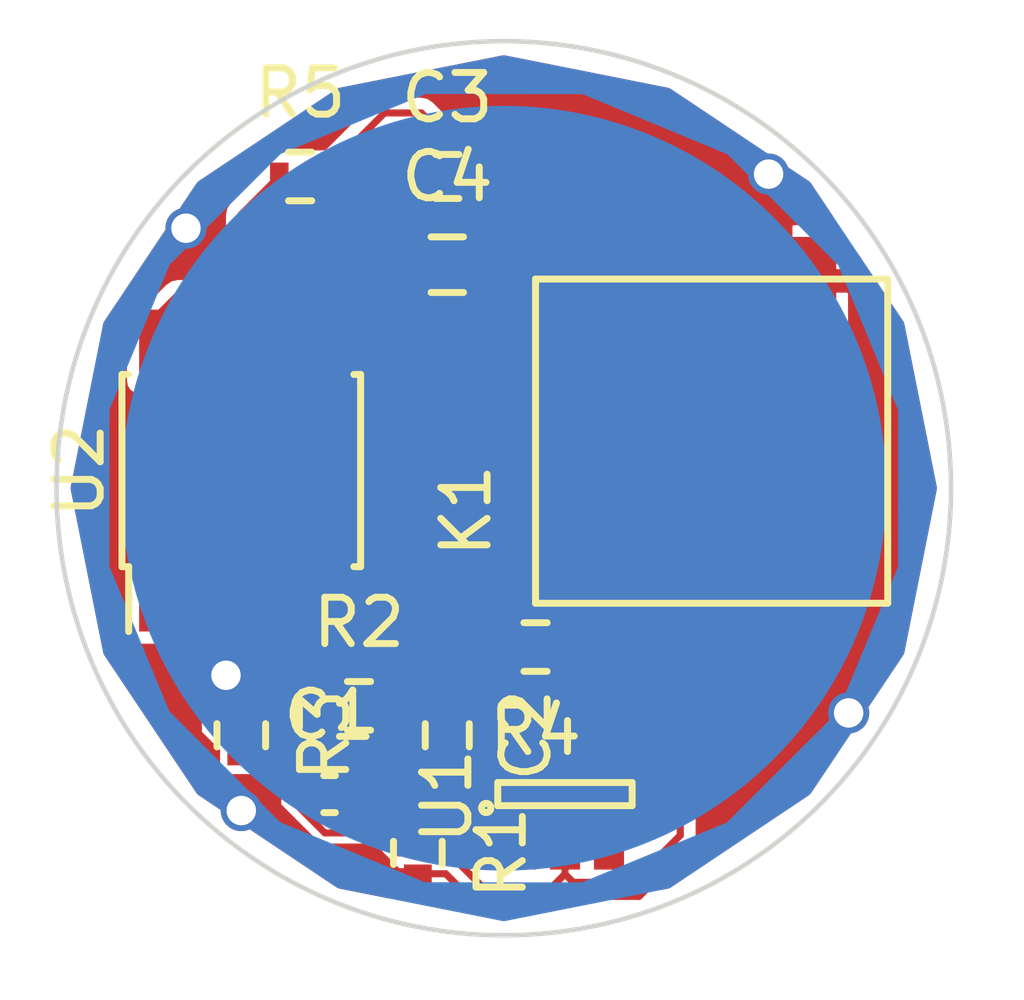
<source format=kicad_pcb>
(kicad_pcb (version 4) (host pcbnew 4.0.1-3.201512221402+6198~38~ubuntu14.04.1-stable)

  (general
    (links 26)
    (no_connects 1)
    (area 99.517999 41.605999 116.890001 58.978001)
    (thickness 1.6)
    (drawings 1)
    (tracks 137)
    (zones 0)
    (modules 13)
    (nets 11)
  )

  (page A3)
  (layers
    (0 F.Cu signal)
    (1 In1.Cu signal)
    (2 In2.Cu signal)
    (31 B.Cu signal)
    (33 F.Adhes user)
    (35 F.Paste user)
    (37 F.SilkS user)
    (39 F.Mask user)
    (40 Dwgs.User user)
    (41 Cmts.User user)
    (42 Eco1.User user)
    (43 Eco2.User user)
    (44 Edge.Cuts user)
    (45 Margin user)
    (47 F.CrtYd user)
    (49 F.Fab user)
  )

  (setup
    (last_trace_width 0.1524)
    (trace_clearance 0.1524)
    (zone_clearance 0.254)
    (zone_45_only no)
    (trace_min 0.1524)
    (segment_width 0.2)
    (edge_width 0.1)
    (via_size 0.889)
    (via_drill 0.635)
    (via_min_size 0.889)
    (via_min_drill 0.508)
    (uvia_size 0.508)
    (uvia_drill 0.127)
    (uvias_allowed no)
    (uvia_min_size 0.508)
    (uvia_min_drill 0.127)
    (pcb_text_width 0.3)
    (pcb_text_size 1.5 1.5)
    (mod_edge_width 0.15)
    (mod_text_size 1 1)
    (mod_text_width 0.15)
    (pad_size 16.51 16.51)
    (pad_drill 0)
    (pad_to_mask_clearance 0)
    (aux_axis_origin 0 0)
    (visible_elements 7FFEFFFF)
    (pcbplotparams
      (layerselection 0x00030_80000001)
      (usegerberextensions true)
      (excludeedgelayer true)
      (linewidth 0.150000)
      (plotframeref false)
      (viasonmask false)
      (mode 1)
      (useauxorigin false)
      (hpglpennumber 1)
      (hpglpenspeed 20)
      (hpglpendiameter 15)
      (hpglpenoverlay 2)
      (psnegative false)
      (psa4output false)
      (plotreference true)
      (plotvalue true)
      (plotinvisibletext false)
      (padsonsilk false)
      (subtractmaskfromsilk false)
      (outputformat 1)
      (mirror false)
      (drillshape 1)
      (scaleselection 1)
      (outputdirectory ""))
  )

  (net 0 "")
  (net 1 +5V)
  (net 2 /BUFFERED_INPUT)
  (net 3 /ELECTRODE)
  (net 4 /GUARD_RING)
  (net 5 /GUARD_RING_DRIVER)
  (net 6 /GUARD_RING_FILTERED_FEEDBACK)
  (net 7 /GUARD_RING_INPUT)
  (net 8 /LINE_OUT)
  (net 9 /PROTECTED_ELECTRODE)
  (net 10 GND)

  (net_class Default "This is the default net class."
    (clearance 0.1524)
    (trace_width 0.1524)
    (via_dia 0.889)
    (via_drill 0.635)
    (uvia_dia 0.508)
    (uvia_drill 0.127)
    (add_net +5V)
    (add_net /BUFFERED_INPUT)
    (add_net /ELECTRODE)
    (add_net /GUARD_RING)
    (add_net /GUARD_RING_DRIVER)
    (add_net /GUARD_RING_FILTERED_FEEDBACK)
    (add_net /GUARD_RING_INPUT)
    (add_net /LINE_OUT)
    (add_net /PROTECTED_ELECTRODE)
    (add_net GND)
  )

  (module Capacitors_SMD:C_0201 (layer F.Cu) (tedit 5415D524) (tstamp 56893678)
    (at 97.79 57.785)
    (descr "Capacitor SMD 0201, reflow soldering, AVX (see smccp.pdf)")
    (tags "capacitor 0201")
    (path /562BD6F6)
    (attr smd)
    (fp_text reference C1 (at 0 -1.7) (layer F.SilkS)
      (effects (font (size 1 1) (thickness 0.15)))
    )
    (fp_text value 1nF (at 0 1.7) (layer F.Fab)
      (effects (font (size 1 1) (thickness 0.15)))
    )
    (fp_line (start -0.7 -0.55) (end 0.7 -0.55) (layer F.CrtYd) (width 0.05))
    (fp_line (start -0.7 0.55) (end 0.7 0.55) (layer F.CrtYd) (width 0.05))
    (fp_line (start -0.7 -0.55) (end -0.7 0.55) (layer F.CrtYd) (width 0.05))
    (fp_line (start 0.7 -0.55) (end 0.7 0.55) (layer F.CrtYd) (width 0.05))
    (fp_line (start 0.125 0.4) (end -0.125 0.4) (layer F.SilkS) (width 0.15))
    (fp_line (start -0.125 -0.4) (end 0.125 -0.4) (layer F.SilkS) (width 0.15))
    (pad 1 smd rect (at -0.275 0) (size 0.3 0.35) (layers F.Cu F.Paste F.Mask)
      (net 5 /GUARD_RING_DRIVER))
    (pad 2 smd rect (at 0.275 0) (size 0.3 0.35) (layers F.Cu F.Paste F.Mask)
      (net 6 /GUARD_RING_FILTERED_FEEDBACK))
    (model Capacitors_SMD.3dshapes/C_0201.wrl
      (at (xyz 0 0 0))
      (scale (xyz 1 1 1))
      (rotate (xyz 0 0 0))
    )
  )

  (module Capacitors_SMD:C_0402 (layer F.Cu) (tedit 5415D599) (tstamp 5689367D)
    (at 100.33 56.515 270)
    (descr "Capacitor SMD 0402, reflow soldering, AVX (see smccp.pdf)")
    (tags "capacitor 0402")
    (path /562BD80D)
    (attr smd)
    (fp_text reference C2 (at 0 -1.7 270) (layer F.SilkS)
      (effects (font (size 1 1) (thickness 0.15)))
    )
    (fp_text value 1uF (at 0 1.7 270) (layer F.Fab)
      (effects (font (size 1 1) (thickness 0.15)))
    )
    (fp_line (start -1.15 -0.6) (end 1.15 -0.6) (layer F.CrtYd) (width 0.05))
    (fp_line (start -1.15 0.6) (end 1.15 0.6) (layer F.CrtYd) (width 0.05))
    (fp_line (start -1.15 -0.6) (end -1.15 0.6) (layer F.CrtYd) (width 0.05))
    (fp_line (start 1.15 -0.6) (end 1.15 0.6) (layer F.CrtYd) (width 0.05))
    (fp_line (start 0.25 -0.475) (end -0.25 -0.475) (layer F.SilkS) (width 0.15))
    (fp_line (start -0.25 0.475) (end 0.25 0.475) (layer F.SilkS) (width 0.15))
    (pad 1 smd rect (at -0.55 0 270) (size 0.6 0.5) (layers F.Cu F.Paste F.Mask)
      (net 1 +5V))
    (pad 2 smd rect (at 0.55 0 270) (size 0.6 0.5) (layers F.Cu F.Paste F.Mask)
      (net 10 GND))
    (model Capacitors_SMD.3dshapes/C_0402.wrl
      (at (xyz 0 0 0))
      (scale (xyz 1 1 1))
      (rotate (xyz 0 0 0))
    )
  )

  (module Capacitors_SMD:C_0402 (layer F.Cu) (tedit 5415D599) (tstamp 56893682)
    (at 100.33 44.45)
    (descr "Capacitor SMD 0402, reflow soldering, AVX (see smccp.pdf)")
    (tags "capacitor 0402")
    (path /562BCCA2)
    (attr smd)
    (fp_text reference C3 (at 0 -1.7) (layer F.SilkS)
      (effects (font (size 1 1) (thickness 0.15)))
    )
    (fp_text value 1uF (at 0 1.7) (layer F.Fab)
      (effects (font (size 1 1) (thickness 0.15)))
    )
    (fp_line (start -1.15 -0.6) (end 1.15 -0.6) (layer F.CrtYd) (width 0.05))
    (fp_line (start -1.15 0.6) (end 1.15 0.6) (layer F.CrtYd) (width 0.05))
    (fp_line (start -1.15 -0.6) (end -1.15 0.6) (layer F.CrtYd) (width 0.05))
    (fp_line (start 1.15 -0.6) (end 1.15 0.6) (layer F.CrtYd) (width 0.05))
    (fp_line (start 0.25 -0.475) (end -0.25 -0.475) (layer F.SilkS) (width 0.15))
    (fp_line (start -0.25 0.475) (end 0.25 0.475) (layer F.SilkS) (width 0.15))
    (pad 1 smd rect (at -0.55 0) (size 0.6 0.5) (layers F.Cu F.Paste F.Mask)
      (net 1 +5V))
    (pad 2 smd rect (at 0.55 0) (size 0.6 0.5) (layers F.Cu F.Paste F.Mask)
      (net 10 GND))
    (model Capacitors_SMD.3dshapes/C_0402.wrl
      (at (xyz 0 0 0))
      (scale (xyz 1 1 1))
      (rotate (xyz 0 0 0))
    )
  )

  (module Capacitors_SMD:C_0603 (layer F.Cu) (tedit 5415D631) (tstamp 56893687)
    (at 100.33 46.355)
    (descr "Capacitor SMD 0603, reflow soldering, AVX (see smccp.pdf)")
    (tags "capacitor 0603")
    (path /562BDFAA)
    (attr smd)
    (fp_text reference C4 (at 0 -1.9) (layer F.SilkS)
      (effects (font (size 1 1) (thickness 0.15)))
    )
    (fp_text value 10uF (at 0 1.9) (layer F.Fab)
      (effects (font (size 1 1) (thickness 0.15)))
    )
    (fp_line (start -1.45 -0.75) (end 1.45 -0.75) (layer F.CrtYd) (width 0.05))
    (fp_line (start -1.45 0.75) (end 1.45 0.75) (layer F.CrtYd) (width 0.05))
    (fp_line (start -1.45 -0.75) (end -1.45 0.75) (layer F.CrtYd) (width 0.05))
    (fp_line (start 1.45 -0.75) (end 1.45 0.75) (layer F.CrtYd) (width 0.05))
    (fp_line (start -0.35 -0.6) (end 0.35 -0.6) (layer F.SilkS) (width 0.15))
    (fp_line (start 0.35 0.6) (end -0.35 0.6) (layer F.SilkS) (width 0.15))
    (pad 1 smd rect (at -0.75 0) (size 0.8 0.75) (layers F.Cu F.Paste F.Mask)
      (net 1 +5V))
    (pad 2 smd rect (at 0.75 0) (size 0.8 0.75) (layers F.Cu F.Paste F.Mask)
      (net 10 GND))
    (model Capacitors_SMD.3dshapes/C_0603.wrl
      (at (xyz 0 0 0))
      (scale (xyz 1 1 1))
      (rotate (xyz 0 0 0))
    )
  )

  (module active_electrode_connectors:DF50A-3P-1H (layer F.Cu) (tedit 56895961) (tstamp 5689368C)
    (at 102.235 50.165 90)
    (path /562BDE68)
    (fp_text reference K1 (at -1.5 -1.5 90) (layer F.SilkS)
      (effects (font (size 1 1) (thickness 0.15)))
    )
    (fp_text value CONN_3 (at 0 2.4 90) (layer F.Fab) hide
      (effects (font (size 0.6 0.6) (thickness 0.15)))
    )
    (fp_line (start -3.5 0) (end 3.5 0) (layer F.SilkS) (width 0.15))
    (fp_line (start 3.5 0) (end 3.5 7.6) (layer F.SilkS) (width 0.15))
    (fp_line (start 3.5 7.6) (end -3.5 7.6) (layer F.SilkS) (width 0.15))
    (fp_line (start -3.5 7.6) (end -3.5 0) (layer F.SilkS) (width 0.15))
    (pad "" smd rect (at -3.46 5.29 90) (size 1.9 2.4) (layers F.Cu F.Paste F.Mask)
      (net 4 /GUARD_RING))
    (pad 1 smd rect (at -1 0 90) (size 0.6 1.64) (layers F.Cu F.Paste F.Mask)
      (net 1 +5V))
    (pad 2 smd rect (at 0 0 90) (size 0.6 1.64) (layers F.Cu F.Paste F.Mask)
      (net 8 /LINE_OUT))
    (pad 3 smd rect (at 1 0 90) (size 0.6 1.64) (layers F.Cu F.Paste F.Mask)
      (net 10 GND))
    (pad "" smd rect (at 3.46 5.29 90) (size 1.9 2.4) (layers F.Cu F.Paste F.Mask)
      (net 4 /GUARD_RING))
  )

  (module electrode_pad:electrode_pad (layer B.Cu) (tedit 568959A0) (tstamp 56893694)
    (at 101.6 50.8)
    (path /561BF6C8)
    (fp_text reference P1 (at 0.13 2.67) (layer B.SilkS) hide
      (effects (font (size 1 1) (thickness 0.15)) (justify mirror))
    )
    (fp_text value CONN_1 (at 0.59 -2.64) (layer B.SilkS) hide
      (effects (font (size 1 1) (thickness 0.15)) (justify mirror))
    )
    (pad 1 smd circle (at -0.0508 0.381) (size 16.51 16.51) (layers B.Cu)
      (net 3 /ELECTRODE))
  )

  (module Resistors_SMD:R_0402 (layer F.Cu) (tedit 5415CBB8) (tstamp 56893698)
    (at 99.695 59.055 270)
    (descr "Resistor SMD 0402, reflow soldering, Vishay (see dcrcw.pdf)")
    (tags "resistor 0402")
    (path /562BD60D)
    (attr smd)
    (fp_text reference R1 (at 0 -1.8 270) (layer F.SilkS)
      (effects (font (size 1 1) (thickness 0.15)))
    )
    (fp_text value 100 (at 0 1.8 270) (layer F.Fab)
      (effects (font (size 1 1) (thickness 0.15)))
    )
    (fp_line (start -0.95 -0.65) (end 0.95 -0.65) (layer F.CrtYd) (width 0.05))
    (fp_line (start -0.95 0.65) (end 0.95 0.65) (layer F.CrtYd) (width 0.05))
    (fp_line (start -0.95 -0.65) (end -0.95 0.65) (layer F.CrtYd) (width 0.05))
    (fp_line (start 0.95 -0.65) (end 0.95 0.65) (layer F.CrtYd) (width 0.05))
    (fp_line (start 0.25 -0.525) (end -0.25 -0.525) (layer F.SilkS) (width 0.15))
    (fp_line (start -0.25 0.525) (end 0.25 0.525) (layer F.SilkS) (width 0.15))
    (pad 1 smd rect (at -0.45 0 270) (size 0.4 0.6) (layers F.Cu F.Paste F.Mask)
      (net 5 /GUARD_RING_DRIVER))
    (pad 2 smd rect (at 0.45 0 270) (size 0.4 0.6) (layers F.Cu F.Paste F.Mask)
      (net 4 /GUARD_RING))
    (model Resistors_SMD.3dshapes/R_0402.wrl
      (at (xyz 0 0 0))
      (scale (xyz 1 1 1))
      (rotate (xyz 0 0 0))
    )
  )

  (module Resistors_SMD:R_0402 (layer F.Cu) (tedit 5415CBB8) (tstamp 5689369D)
    (at 98.425 55.88)
    (descr "Resistor SMD 0402, reflow soldering, Vishay (see dcrcw.pdf)")
    (tags "resistor 0402")
    (path /562BD6E7)
    (attr smd)
    (fp_text reference R2 (at 0 -1.8) (layer F.SilkS)
      (effects (font (size 1 1) (thickness 0.15)))
    )
    (fp_text value 10k (at 0 1.8) (layer F.Fab)
      (effects (font (size 1 1) (thickness 0.15)))
    )
    (fp_line (start -0.95 -0.65) (end 0.95 -0.65) (layer F.CrtYd) (width 0.05))
    (fp_line (start -0.95 0.65) (end 0.95 0.65) (layer F.CrtYd) (width 0.05))
    (fp_line (start -0.95 -0.65) (end -0.95 0.65) (layer F.CrtYd) (width 0.05))
    (fp_line (start 0.95 -0.65) (end 0.95 0.65) (layer F.CrtYd) (width 0.05))
    (fp_line (start 0.25 -0.525) (end -0.25 -0.525) (layer F.SilkS) (width 0.15))
    (fp_line (start -0.25 0.525) (end 0.25 0.525) (layer F.SilkS) (width 0.15))
    (pad 1 smd rect (at -0.45 0) (size 0.4 0.6) (layers F.Cu F.Paste F.Mask)
      (net 5 /GUARD_RING_DRIVER))
    (pad 2 smd rect (at 0.45 0) (size 0.4 0.6) (layers F.Cu F.Paste F.Mask)
      (net 6 /GUARD_RING_FILTERED_FEEDBACK))
    (model Resistors_SMD.3dshapes/R_0402.wrl
      (at (xyz 0 0 0))
      (scale (xyz 1 1 1))
      (rotate (xyz 0 0 0))
    )
  )

  (module Resistors_SMD:R_0402 (layer F.Cu) (tedit 5415CBB8) (tstamp 568936A2)
    (at 95.885 56.515 270)
    (descr "Resistor SMD 0402, reflow soldering, Vishay (see dcrcw.pdf)")
    (tags "resistor 0402")
    (path /562BCC14)
    (attr smd)
    (fp_text reference R3 (at 0 -1.8 270) (layer F.SilkS)
      (effects (font (size 1 1) (thickness 0.15)))
    )
    (fp_text value 100 (at 0 1.8 270) (layer F.Fab)
      (effects (font (size 1 1) (thickness 0.15)))
    )
    (fp_line (start -0.95 -0.65) (end 0.95 -0.65) (layer F.CrtYd) (width 0.05))
    (fp_line (start -0.95 0.65) (end 0.95 0.65) (layer F.CrtYd) (width 0.05))
    (fp_line (start -0.95 -0.65) (end -0.95 0.65) (layer F.CrtYd) (width 0.05))
    (fp_line (start 0.95 -0.65) (end 0.95 0.65) (layer F.CrtYd) (width 0.05))
    (fp_line (start 0.25 -0.525) (end -0.25 -0.525) (layer F.SilkS) (width 0.15))
    (fp_line (start -0.25 0.525) (end 0.25 0.525) (layer F.SilkS) (width 0.15))
    (pad 1 smd rect (at -0.45 0 270) (size 0.4 0.6) (layers F.Cu F.Paste F.Mask)
      (net 3 /ELECTRODE))
    (pad 2 smd rect (at 0.45 0 270) (size 0.4 0.6) (layers F.Cu F.Paste F.Mask)
      (net 9 /PROTECTED_ELECTRODE))
    (model Resistors_SMD.3dshapes/R_0402.wrl
      (at (xyz 0 0 0))
      (scale (xyz 1 1 1))
      (rotate (xyz 0 0 0))
    )
  )

  (module Resistors_SMD:R_0402 (layer F.Cu) (tedit 5415CBB8) (tstamp 568936A7)
    (at 102.235 54.61 180)
    (descr "Resistor SMD 0402, reflow soldering, Vishay (see dcrcw.pdf)")
    (tags "resistor 0402")
    (path /562BD99F)
    (attr smd)
    (fp_text reference R4 (at 0 -1.8 180) (layer F.SilkS)
      (effects (font (size 1 1) (thickness 0.15)))
    )
    (fp_text value 10k (at 0 1.8 180) (layer F.Fab)
      (effects (font (size 1 1) (thickness 0.15)))
    )
    (fp_line (start -0.95 -0.65) (end 0.95 -0.65) (layer F.CrtYd) (width 0.05))
    (fp_line (start -0.95 0.65) (end 0.95 0.65) (layer F.CrtYd) (width 0.05))
    (fp_line (start -0.95 -0.65) (end -0.95 0.65) (layer F.CrtYd) (width 0.05))
    (fp_line (start 0.95 -0.65) (end 0.95 0.65) (layer F.CrtYd) (width 0.05))
    (fp_line (start 0.25 -0.525) (end -0.25 -0.525) (layer F.SilkS) (width 0.15))
    (fp_line (start -0.25 0.525) (end 0.25 0.525) (layer F.SilkS) (width 0.15))
    (pad 1 smd rect (at -0.45 0 180) (size 0.4 0.6) (layers F.Cu F.Paste F.Mask)
      (net 7 /GUARD_RING_INPUT))
    (pad 2 smd rect (at 0.45 0 180) (size 0.4 0.6) (layers F.Cu F.Paste F.Mask)
      (net 2 /BUFFERED_INPUT))
    (model Resistors_SMD.3dshapes/R_0402.wrl
      (at (xyz 0 0 0))
      (scale (xyz 1 1 1))
      (rotate (xyz 0 0 0))
    )
  )

  (module Resistors_SMD:R_0402 (layer F.Cu) (tedit 5415CBB8) (tstamp 568936AC)
    (at 97.155 44.45)
    (descr "Resistor SMD 0402, reflow soldering, Vishay (see dcrcw.pdf)")
    (tags "resistor 0402")
    (path /5634E6E4)
    (attr smd)
    (fp_text reference R5 (at 0 -1.8) (layer F.SilkS)
      (effects (font (size 1 1) (thickness 0.15)))
    )
    (fp_text value 100 (at 0 1.8) (layer F.Fab)
      (effects (font (size 1 1) (thickness 0.15)))
    )
    (fp_line (start -0.95 -0.65) (end 0.95 -0.65) (layer F.CrtYd) (width 0.05))
    (fp_line (start -0.95 0.65) (end 0.95 0.65) (layer F.CrtYd) (width 0.05))
    (fp_line (start -0.95 -0.65) (end -0.95 0.65) (layer F.CrtYd) (width 0.05))
    (fp_line (start 0.95 -0.65) (end 0.95 0.65) (layer F.CrtYd) (width 0.05))
    (fp_line (start 0.25 -0.525) (end -0.25 -0.525) (layer F.SilkS) (width 0.15))
    (fp_line (start -0.25 0.525) (end 0.25 0.525) (layer F.SilkS) (width 0.15))
    (pad 1 smd rect (at -0.45 0) (size 0.4 0.6) (layers F.Cu F.Paste F.Mask)
      (net 2 /BUFFERED_INPUT))
    (pad 2 smd rect (at 0.45 0) (size 0.4 0.6) (layers F.Cu F.Paste F.Mask)
      (net 8 /LINE_OUT))
    (model Resistors_SMD.3dshapes/R_0402.wrl
      (at (xyz 0 0 0))
      (scale (xyz 1 1 1))
      (rotate (xyz 0 0 0))
    )
  )

  (module TO_SOT_Packages_SMD:SOT-23-5 (layer F.Cu) (tedit 55360473) (tstamp 568936B1)
    (at 102.87 57.785 90)
    (descr "5-pin SOT23 package")
    (tags SOT-23-5)
    (path /562BD13E)
    (attr smd)
    (fp_text reference U1 (at -0.05 -2.55 90) (layer F.SilkS)
      (effects (font (size 1 1) (thickness 0.15)))
    )
    (fp_text value LMP7715 (at -0.05 2.35 90) (layer F.Fab)
      (effects (font (size 1 1) (thickness 0.15)))
    )
    (fp_line (start -1.8 -1.6) (end 1.8 -1.6) (layer F.CrtYd) (width 0.05))
    (fp_line (start 1.8 -1.6) (end 1.8 1.6) (layer F.CrtYd) (width 0.05))
    (fp_line (start 1.8 1.6) (end -1.8 1.6) (layer F.CrtYd) (width 0.05))
    (fp_line (start -1.8 1.6) (end -1.8 -1.6) (layer F.CrtYd) (width 0.05))
    (fp_circle (center -0.3 -1.7) (end -0.2 -1.7) (layer F.SilkS) (width 0.15))
    (fp_line (start 0.25 -1.45) (end -0.25 -1.45) (layer F.SilkS) (width 0.15))
    (fp_line (start 0.25 1.45) (end 0.25 -1.45) (layer F.SilkS) (width 0.15))
    (fp_line (start -0.25 1.45) (end 0.25 1.45) (layer F.SilkS) (width 0.15))
    (fp_line (start -0.25 -1.45) (end -0.25 1.45) (layer F.SilkS) (width 0.15))
    (pad 1 smd rect (at -1.1 -0.95 90) (size 1.06 0.65) (layers F.Cu F.Paste F.Mask)
      (net 5 /GUARD_RING_DRIVER))
    (pad 2 smd rect (at -1.1 0 90) (size 1.06 0.65) (layers F.Cu F.Paste F.Mask)
      (net 10 GND))
    (pad 3 smd rect (at -1.1 0.95 90) (size 1.06 0.65) (layers F.Cu F.Paste F.Mask)
      (net 7 /GUARD_RING_INPUT))
    (pad 4 smd rect (at 1.1 0.95 90) (size 1.06 0.65) (layers F.Cu F.Paste F.Mask)
      (net 6 /GUARD_RING_FILTERED_FEEDBACK))
    (pad 5 smd rect (at 1.1 -0.95 90) (size 1.06 0.65) (layers F.Cu F.Paste F.Mask)
      (net 1 +5V))
    (model TO_SOT_Packages_SMD.3dshapes/SOT-23-5.wrl
      (at (xyz 0 0 0))
      (scale (xyz 1 1 1))
      (rotate (xyz 0 0 0))
    )
  )

  (module Housings_SOIC:SOIC-8_3.9x4.9mm_Pitch1.27mm (layer F.Cu) (tedit 54130A77) (tstamp 568936B9)
    (at 95.885 50.8 90)
    (descr "8-Lead Plastic Small Outline (SN) - Narrow, 3.90 mm Body [SOIC] (see Microchip Packaging Specification 00000049BS.pdf)")
    (tags "SOIC 1.27")
    (path /562BC511)
    (attr smd)
    (fp_text reference U2 (at 0 -3.5 90) (layer F.SilkS)
      (effects (font (size 1 1) (thickness 0.15)))
    )
    (fp_text value LMP7721 (at 0 3.5 90) (layer F.Fab)
      (effects (font (size 1 1) (thickness 0.15)))
    )
    (fp_line (start -3.75 -2.75) (end -3.75 2.75) (layer F.CrtYd) (width 0.05))
    (fp_line (start 3.75 -2.75) (end 3.75 2.75) (layer F.CrtYd) (width 0.05))
    (fp_line (start -3.75 -2.75) (end 3.75 -2.75) (layer F.CrtYd) (width 0.05))
    (fp_line (start -3.75 2.75) (end 3.75 2.75) (layer F.CrtYd) (width 0.05))
    (fp_line (start -2.075 -2.575) (end -2.075 -2.43) (layer F.SilkS) (width 0.15))
    (fp_line (start 2.075 -2.575) (end 2.075 -2.43) (layer F.SilkS) (width 0.15))
    (fp_line (start 2.075 2.575) (end 2.075 2.43) (layer F.SilkS) (width 0.15))
    (fp_line (start -2.075 2.575) (end -2.075 2.43) (layer F.SilkS) (width 0.15))
    (fp_line (start -2.075 -2.575) (end 2.075 -2.575) (layer F.SilkS) (width 0.15))
    (fp_line (start -2.075 2.575) (end 2.075 2.575) (layer F.SilkS) (width 0.15))
    (fp_line (start -2.075 -2.43) (end -3.475 -2.43) (layer F.SilkS) (width 0.15))
    (pad 1 smd rect (at -2.7 -1.905 90) (size 1.55 0.6) (layers F.Cu F.Paste F.Mask)
      (net 9 /PROTECTED_ELECTRODE))
    (pad 2 smd rect (at -2.7 -0.635 90) (size 1.55 0.6) (layers F.Cu F.Paste F.Mask)
      (net 4 /GUARD_RING))
    (pad 3 smd rect (at -2.7 0.635 90) (size 1.55 0.6) (layers F.Cu F.Paste F.Mask)
      (net 10 GND))
    (pad 4 smd rect (at -2.7 1.905 90) (size 1.55 0.6) (layers F.Cu F.Paste F.Mask)
      (net 2 /BUFFERED_INPUT))
    (pad 5 smd rect (at 2.7 1.905 90) (size 1.55 0.6) (layers F.Cu F.Paste F.Mask))
    (pad 6 smd rect (at 2.7 0.635 90) (size 1.55 0.6) (layers F.Cu F.Paste F.Mask)
      (net 1 +5V))
    (pad 7 smd rect (at 2.7 -0.635 90) (size 1.55 0.6) (layers F.Cu F.Paste F.Mask)
      (net 4 /GUARD_RING))
    (pad 8 smd rect (at 2.7 -1.905 90) (size 1.55 0.6) (layers F.Cu F.Paste F.Mask)
      (net 2 /BUFFERED_INPUT))
    (model Housings_SOIC.3dshapes/SOIC-8_3.9x4.9mm_Pitch1.27mm.wrl
      (at (xyz 0 0 0))
      (scale (xyz 1 1 1))
      (rotate (xyz 0 0 0))
    )
  )

  (gr_circle (center 101.5492 51.181) (end 101.5492 60.833) (layer Edge.Cuts) (width 0.1))

  (segment (start 96.52 48.1) (end 96.52 46.609) (width 0.1524) (layer F.Cu) (net 1))
  (segment (start 96.774 46.355) (end 99.58 46.355) (width 0.1524) (layer F.Cu) (net 1) (tstamp 568953B5))
  (segment (start 96.52 46.609) (end 96.774 46.355) (width 0.1524) (layer F.Cu) (net 1) (tstamp 568953B4))
  (segment (start 102.235 51.165) (end 100.4664 51.165) (width 0.1524) (layer F.Cu) (net 1))
  (segment (start 99.58 50.2786) (end 99.58 44.65) (width 0.1524) (layer F.Cu) (net 1) (tstamp 568953AF))
  (segment (start 100.4664 51.165) (end 99.58 50.2786) (width 0.1524) (layer F.Cu) (net 1) (tstamp 568953AE))
  (segment (start 99.58 44.65) (end 99.78 44.45) (width 0.1524) (layer F.Cu) (net 1) (tstamp 568953B1))
  (segment (start 100.33 55.965) (end 101.2 55.965) (width 0.1524) (layer F.Cu) (net 1))
  (segment (start 101.2 55.965) (end 101.92 56.685) (width 0.1524) (layer F.Cu) (net 1) (tstamp 56894EA6))
  (segment (start 102.235 51.165) (end 102.235 56.37) (width 0.1524) (layer F.Cu) (net 1))
  (segment (start 102.235 56.37) (end 101.92 56.685) (width 0.1524) (layer F.Cu) (net 1) (tstamp 56894E9E))
  (segment (start 93.98 48.1) (end 93.98 47.5488) (width 0.1524) (layer F.Cu) (net 2) (status C00000))
  (segment (start 93.98 47.5488) (end 94.5134 47.0154) (width 0.1524) (layer F.Cu) (net 2) (tstamp 56895E1F) (status 400000))
  (segment (start 95.5548 47.0154) (end 95.885 46.6852) (width 0.1524) (layer F.Cu) (net 2) (tstamp 56895E22))
  (segment (start 94.5134 47.0154) (end 95.5548 47.0154) (width 0.1524) (layer F.Cu) (net 2) (tstamp 56895E20))
  (segment (start 93.98 48.1) (end 93.98 47.498) (width 0.1524) (layer F.Cu) (net 2) (status C00000))
  (segment (start 95.885 47.1932) (end 95.885 47.244) (width 0.1524) (layer F.Cu) (net 2) (tstamp 568952D1))
  (segment (start 95.885 47.244) (end 95.885 46.6852) (width 0.1524) (layer F.Cu) (net 2))
  (segment (start 95.885 46.6852) (end 95.885 45.27) (width 0.1524) (layer F.Cu) (net 2) (tstamp 56895E26))
  (segment (start 95.885 45.27) (end 96.705 44.45) (width 0.1524) (layer F.Cu) (net 2) (tstamp 56895D9E))
  (segment (start 97.79 52.4764) (end 97.79 53.5) (width 0.1524) (layer F.Cu) (net 2) (tstamp 568952DB))
  (segment (start 95.885 50.5714) (end 97.79 52.4764) (width 0.1524) (layer F.Cu) (net 2) (tstamp 568952D5))
  (segment (start 95.885 47.244) (end 95.885 50.5714) (width 0.1524) (layer F.Cu) (net 2) (tstamp 56895D9C))
  (segment (start 101.785 54.61) (end 98.9 54.61) (width 0.1524) (layer F.Cu) (net 2))
  (segment (start 98.9 54.61) (end 97.79 53.5) (width 0.1524) (layer F.Cu) (net 2) (tstamp 5689507E))
  (segment (start 95.885 56.065) (end 95.885 55.5498) (width 0.1524) (layer F.Cu) (net 3))
  (via (at 95.5548 55.2196) (size 0.889) (drill 0.635) (layers F.Cu B.Cu) (net 3))
  (segment (start 95.885 55.5498) (end 95.5548 55.2196) (width 0.1524) (layer F.Cu) (net 3) (tstamp 5689564D))
  (segment (start 99.695 59.505) (end 100.2974 59.505) (width 0.1524) (layer F.Cu) (net 4) (status 400000))
  (via (at 108.9914 56.0324) (size 0.889) (drill 0.635) (layers F.Cu B.Cu) (net 4))
  (segment (start 108.9914 56.0324) (end 107.525 54.566) (width 0.1524) (layer F.Cu) (net 4) (tstamp 56895EC4) (status 800000))
  (segment (start 106.2482 58.7756) (end 108.9914 56.0324) (width 0.1524) (layer F.Cu) (net 4) (tstamp 56895F27))
  (segment (start 105.688656 58.7756) (end 106.2482 58.7756) (width 0.1524) (layer F.Cu) (net 4) (tstamp 56895F22))
  (segment (start 104.469454 59.994802) (end 105.688656 58.7756) (width 0.1524) (layer F.Cu) (net 4) (tstamp 56895F17))
  (segment (start 102.819198 59.994802) (end 104.469454 59.994802) (width 0.1524) (layer F.Cu) (net 4) (tstamp 56895F11))
  (segment (start 102.5652 60.2488) (end 102.819198 59.994802) (width 0.1524) (layer F.Cu) (net 4) (tstamp 56895EFC))
  (segment (start 101.0412 60.2488) (end 102.5652 60.2488) (width 0.1524) (layer F.Cu) (net 4) (tstamp 56895EF2))
  (segment (start 100.2974 59.505) (end 101.0412 60.2488) (width 0.1524) (layer F.Cu) (net 4) (tstamp 56895EF0))
  (segment (start 107.525 53.625) (end 107.525 54.566) (width 0.1524) (layer F.Cu) (net 4) (status C00000))
  (segment (start 107.525 46.705) (end 107.525 44.66) (width 0.1524) (layer F.Cu) (net 4) (status 400000))
  (via (at 107.2642 44.3992) (size 0.889) (drill 0.635) (layers F.Cu B.Cu) (net 4))
  (segment (start 107.525 44.66) (end 107.2642 44.3992) (width 0.1524) (layer F.Cu) (net 4) (tstamp 56895EA0))
  (segment (start 93.3958 51.308) (end 93.3958 49.4284) (width 0.1524) (layer F.Cu) (net 4))
  (via (at 94.6912 45.5676) (size 0.889) (drill 0.635) (layers F.Cu B.Cu) (net 4))
  (segment (start 93.7006 46.5582) (end 94.6912 45.5676) (width 0.1524) (layer F.Cu) (net 4) (tstamp 56895E67))
  (segment (start 93.7006 46.7868) (end 93.7006 46.5582) (width 0.1524) (layer F.Cu) (net 4) (tstamp 56895E66))
  (segment (start 93.2942 47.1932) (end 93.7006 46.7868) (width 0.1524) (layer F.Cu) (net 4) (tstamp 56895E5E))
  (segment (start 93.2942 49.3268) (end 93.2942 47.1932) (width 0.1524) (layer F.Cu) (net 4) (tstamp 56895E57))
  (segment (start 93.3958 49.4284) (end 93.2942 49.3268) (width 0.1524) (layer F.Cu) (net 4) (tstamp 56895E51))
  (segment (start 95.4405 57.3659) (end 95.4405 57.6961) (width 0.1524) (layer F.Cu) (net 4))
  (via (at 95.885 58.1406) (size 0.889) (drill 0.635) (layers F.Cu B.Cu) (net 4))
  (segment (start 95.4405 57.6961) (end 95.885 58.1406) (width 0.1524) (layer F.Cu) (net 4) (tstamp 568959CE))
  (segment (start 99.695 59.505) (end 99.307544 59.505) (width 0.1524) (layer F.Cu) (net 4))
  (segment (start 97.561402 58.928002) (end 96.0628 57.4294) (width 0.1524) (layer F.Cu) (net 4) (tstamp 568957C9))
  (segment (start 98.730546 58.928002) (end 97.561402 58.928002) (width 0.1524) (layer F.Cu) (net 4) (tstamp 568957C3))
  (segment (start 99.307544 59.505) (end 98.730546 58.928002) (width 0.1524) (layer F.Cu) (net 4) (tstamp 568957C0))
  (segment (start 94.9579 56.3626) (end 94.9579 56.468956) (width 0.1524) (layer F.Cu) (net 4))
  (segment (start 96.4438 57.4294) (end 96.6978 57.1754) (width 0.1524) (layer F.Cu) (net 4) (tstamp 56895709))
  (segment (start 95.504 57.4294) (end 96.0628 57.4294) (width 0.1524) (layer F.Cu) (net 4) (tstamp 56895704))
  (segment (start 96.0628 57.4294) (end 96.4438 57.4294) (width 0.1524) (layer F.Cu) (net 4) (tstamp 568957D5))
  (segment (start 95.3516 57.277) (end 95.4405 57.3659) (width 0.1524) (layer F.Cu) (net 4) (tstamp 568956F6))
  (segment (start 95.4405 57.3659) (end 95.504 57.4294) (width 0.1524) (layer F.Cu) (net 4) (tstamp 568959CC))
  (segment (start 95.3516 56.862656) (end 95.3516 57.277) (width 0.1524) (layer F.Cu) (net 4) (tstamp 568956F3))
  (segment (start 94.9579 56.468956) (end 95.3516 56.862656) (width 0.1524) (layer F.Cu) (net 4) (tstamp 568956F2))
  (segment (start 94.9579 56.3753) (end 94.9579 56.3626) (width 0.1524) (layer F.Cu) (net 4))
  (segment (start 94.9579 56.3626) (end 94.9579 56.0959) (width 0.1524) (layer F.Cu) (net 4) (tstamp 568956F0))
  (segment (start 94.5388 55.6006) (end 93.3958 54.4576) (width 0.1524) (layer F.Cu) (net 4) (tstamp 568956A7))
  (segment (start 94.5388 55.6768) (end 94.5388 55.6006) (width 0.1524) (layer F.Cu) (net 4) (tstamp 568956A4))
  (segment (start 94.9579 56.0959) (end 94.5388 55.6768) (width 0.1524) (layer F.Cu) (net 4) (tstamp 568956A1))
  (segment (start 95.25 49.4538) (end 95.25 48.1) (width 0.1524) (layer F.Cu) (net 4) (tstamp 568947C6))
  (segment (start 93.3958 54.4576) (end 93.3958 51.308) (width 0.1524) (layer F.Cu) (net 4) (tstamp 568956B4))
  (segment (start 93.3958 51.308) (end 95.25 49.4538) (width 0.1524) (layer F.Cu) (net 4) (tstamp 568947BF))
  (segment (start 95.25 53.5) (end 95.25 48.1) (width 0.1524) (layer F.Cu) (net 4))
  (segment (start 95.25 53.5) (end 95.25 53.9242) (width 0.1524) (layer F.Cu) (net 4))
  (segment (start 95.25 53.9242) (end 96.6978 55.372) (width 0.1524) (layer F.Cu) (net 4) (tstamp 56894771))
  (segment (start 96.6978 55.372) (end 96.6978 57.1754) (width 0.1524) (layer F.Cu) (net 4) (tstamp 5689477B))
  (segment (start 97.515 57.785) (end 97.515 57.891) (width 0.1524) (layer F.Cu) (net 5))
  (segment (start 97.515 57.891) (end 97.8662 58.2422) (width 0.1524) (layer F.Cu) (net 5) (tstamp 56895772))
  (segment (start 99.3322 58.2422) (end 99.695 58.605) (width 0.1524) (layer F.Cu) (net 5) (tstamp 5689577C))
  (segment (start 97.8662 58.2422) (end 99.3322 58.2422) (width 0.1524) (layer F.Cu) (net 5) (tstamp 56895777))
  (segment (start 97.515 57.785) (end 97.515 57.9672) (width 0.1524) (layer F.Cu) (net 5))
  (segment (start 101.92 58.885) (end 100.795 58.885) (width 0.1524) (layer F.Cu) (net 5))
  (segment (start 100.795 58.885) (end 100.515 58.605) (width 0.1524) (layer F.Cu) (net 5) (tstamp 56895189))
  (segment (start 100.515 58.605) (end 99.695 58.605) (width 0.1524) (layer F.Cu) (net 5) (tstamp 5689518C))
  (segment (start 97.975 55.88) (end 97.515 56.34) (width 0.1524) (layer F.Cu) (net 5))
  (segment (start 97.515 56.34) (end 97.515 57.785) (width 0.1524) (layer F.Cu) (net 5) (tstamp 56895055))
  (segment (start 98.065 57.785) (end 98.065 56.69) (width 0.1524) (layer F.Cu) (net 6))
  (segment (start 98.065 56.69) (end 98.875 55.88) (width 0.1524) (layer F.Cu) (net 6) (tstamp 56895061))
  (segment (start 103.82 56.685) (end 103.82 57.2414) (width 0.1524) (layer F.Cu) (net 6))
  (segment (start 99.51 56.515) (end 98.875 55.88) (width 0.1524) (layer F.Cu) (net 6) (tstamp 56894EE2))
  (segment (start 100.8126 56.515) (end 99.51 56.515) (width 0.1524) (layer F.Cu) (net 6) (tstamp 56894EE0))
  (segment (start 101.1174 56.8198) (end 100.8126 56.515) (width 0.1524) (layer F.Cu) (net 6) (tstamp 56894EC0))
  (segment (start 101.1174 57.15) (end 101.1174 56.8198) (width 0.1524) (layer F.Cu) (net 6) (tstamp 56894EBC))
  (segment (start 101.5238 57.5564) (end 101.1174 57.15) (width 0.1524) (layer F.Cu) (net 6) (tstamp 56894EB9))
  (segment (start 103.505 57.5564) (end 101.5238 57.5564) (width 0.1524) (layer F.Cu) (net 6) (tstamp 56894EB0))
  (segment (start 103.82 57.2414) (end 103.505 57.5564) (width 0.1524) (layer F.Cu) (net 6) (tstamp 56894EAC))
  (segment (start 102.685 54.61) (end 103.1748 54.61) (width 0.1524) (layer F.Cu) (net 7))
  (segment (start 104.5464 58.1586) (end 103.82 58.885) (width 0.1524) (layer F.Cu) (net 7) (tstamp 56894F01))
  (segment (start 104.5464 55.9816) (end 104.5464 58.1586) (width 0.1524) (layer F.Cu) (net 7) (tstamp 56894EFE))
  (segment (start 103.1748 54.61) (end 104.5464 55.9816) (width 0.1524) (layer F.Cu) (net 7) (tstamp 56894EF7))
  (segment (start 102.235 50.165) (end 100.965 50.165) (width 0.1524) (layer F.Cu) (net 8))
  (segment (start 98.9766 43.0784) (end 97.605 44.45) (width 0.1524) (layer F.Cu) (net 8) (tstamp 568953A5))
  (segment (start 99.7712 43.0784) (end 98.9766 43.0784) (width 0.1524) (layer F.Cu) (net 8) (tstamp 568953A4))
  (segment (start 100.33 43.6372) (end 99.7712 43.0784) (width 0.1524) (layer F.Cu) (net 8) (tstamp 568953A3))
  (segment (start 100.33 49.53) (end 100.33 43.6372) (width 0.1524) (layer F.Cu) (net 8) (tstamp 568953A1))
  (segment (start 100.965 50.165) (end 100.33 49.53) (width 0.1524) (layer F.Cu) (net 8) (tstamp 568953A0))
  (segment (start 93.98 53.5) (end 93.98 53.9242) (width 0.1524) (layer F.Cu) (net 9))
  (segment (start 93.98 53.9242) (end 94.869 54.8132) (width 0.1524) (layer F.Cu) (net 9) (tstamp 5689565F))
  (segment (start 94.869 54.8132) (end 94.869 55.5244) (width 0.1524) (layer F.Cu) (net 9) (tstamp 56895662))
  (segment (start 94.869 55.5244) (end 95.3262 55.9816) (width 0.1524) (layer F.Cu) (net 9) (tstamp 56895666))
  (segment (start 95.3262 55.9816) (end 95.3262 56.4062) (width 0.1524) (layer F.Cu) (net 9) (tstamp 5689566A))
  (segment (start 95.3262 56.4062) (end 95.885 56.965) (width 0.1524) (layer F.Cu) (net 9) (tstamp 5689566F))
  (segment (start 97.0788 55.1942) (end 97.0788 58.0136) (width 0.1524) (layer F.Cu) (net 10))
  (segment (start 96.52 54.6354) (end 97.0788 55.1942) (width 0.1524) (layer F.Cu) (net 10) (tstamp 568951CB))
  (segment (start 100.3554 59.055) (end 101.219 59.9186) (width 0.1524) (layer F.Cu) (net 10) (tstamp 568951E5))
  (segment (start 101.219 59.9186) (end 102.4636 59.9186) (width 0.1524) (layer F.Cu) (net 10) (tstamp 568951EB))
  (segment (start 102.87 59.5122) (end 102.4636 59.9186) (width 0.1524) (layer F.Cu) (net 10) (tstamp 568951EE))
  (segment (start 96.52 54.6354) (end 96.52 53.5) (width 0.1524) (layer F.Cu) (net 10))
  (segment (start 99.2886 59.055) (end 100.3554 59.055) (width 0.1524) (layer F.Cu) (net 10) (tstamp 568957B3))
  (segment (start 98.8568 58.6232) (end 99.2886 59.055) (width 0.1524) (layer F.Cu) (net 10) (tstamp 568957AC))
  (segment (start 97.6884 58.6232) (end 98.8568 58.6232) (width 0.1524) (layer F.Cu) (net 10) (tstamp 5689579C))
  (segment (start 97.0788 58.0136) (end 97.6884 58.6232) (width 0.1524) (layer F.Cu) (net 10) (tstamp 5689578B))
  (segment (start 100.88 44.45) (end 100.88 46.155) (width 0.1524) (layer F.Cu) (net 10))
  (segment (start 100.88 46.155) (end 100.88 47.81) (width 0.1524) (layer F.Cu) (net 10) (tstamp 568953A9))
  (segment (start 100.88 47.81) (end 102.235 49.165) (width 0.1524) (layer F.Cu) (net 10) (tstamp 568953AA))
  (segment (start 102.87 58.885) (end 102.87 59.5122) (width 0.1524) (layer F.Cu) (net 10))
  (segment (start 103.9528 49.165) (end 102.235 49.165) (width 0.1524) (layer F.Cu) (net 10) (tstamp 56894F32))
  (segment (start 105.3592 50.5714) (end 103.9528 49.165) (width 0.1524) (layer F.Cu) (net 10) (tstamp 56894F2F))
  (segment (start 105.3592 58.674) (end 105.3592 50.5714) (width 0.1524) (layer F.Cu) (net 10) (tstamp 56894F23))
  (segment (start 104.3432 59.69) (end 105.3592 58.674) (width 0.1524) (layer F.Cu) (net 10) (tstamp 56894F20))
  (segment (start 103.0478 59.69) (end 104.3432 59.69) (width 0.1524) (layer F.Cu) (net 10) (tstamp 56894F1D))
  (segment (start 102.87 59.5122) (end 103.0478 59.69) (width 0.1524) (layer F.Cu) (net 10) (tstamp 56894F1A))
  (segment (start 100.33 57.065) (end 100.4228 57.065) (width 0.1524) (layer F.Cu) (net 10))
  (segment (start 100.4228 57.065) (end 101.346 57.9882) (width 0.1524) (layer F.Cu) (net 10) (tstamp 56894F07))
  (segment (start 101.346 57.9882) (end 102.5144 57.9882) (width 0.1524) (layer F.Cu) (net 10) (tstamp 56894F09))
  (segment (start 102.5144 57.9882) (end 102.87 58.3438) (width 0.1524) (layer F.Cu) (net 10) (tstamp 56894F0B))
  (segment (start 102.87 58.3438) (end 102.87 58.885) (width 0.1524) (layer F.Cu) (net 10) (tstamp 56894F11))

  (zone (net 4) (net_name /GUARD_RING) (layer B.Cu) (tstamp 56895B07) (hatch edge 0.508)
    (connect_pads (clearance 0.254))
    (min_thickness 0.254)
    (fill yes (arc_segments 16) (thermal_gap 0.254) (thermal_bridge_width 0.508))
    (polygon
      (pts
        (xy 90.678 40.64) (xy 112.776 40.64) (xy 112.776 62.23) (xy 90.678 62.23)
      )
    )
    (filled_polygon
      (pts
        (xy 105.077924 42.661907) (xy 108.069432 44.660768) (xy 110.068293 47.652276) (xy 110.7702 51.181) (xy 110.068293 54.709724)
        (xy 108.069432 57.701232) (xy 105.077924 59.700093) (xy 101.5492 60.402) (xy 98.020476 59.700093) (xy 95.028968 57.701232)
        (xy 93.030107 54.709724) (xy 92.668394 52.89127) (xy 92.911704 52.89127) (xy 94.223687 56.06651) (xy 96.650912 58.497975)
        (xy 99.823857 59.815497) (xy 103.25947 59.818496) (xy 106.43471 58.506513) (xy 108.866175 56.079288) (xy 110.183697 52.906343)
        (xy 110.186696 49.47073) (xy 108.874713 46.29549) (xy 106.447488 43.864025) (xy 103.274543 42.546503) (xy 99.83893 42.543504)
        (xy 96.66369 43.855487) (xy 94.232225 46.282712) (xy 92.914703 49.455657) (xy 92.911704 52.89127) (xy 92.668394 52.89127)
        (xy 92.3282 51.181) (xy 93.030107 47.652276) (xy 95.028968 44.660768) (xy 98.020476 42.661907) (xy 101.5492 41.96)
      )
    )
  )
  (zone (net 4) (net_name /GUARD_RING) (layer In2.Cu) (tstamp 56895B07) (hatch edge 0.508)
    (connect_pads (clearance 0.254))
    (min_thickness 0.254)
    (fill yes (arc_segments 16) (thermal_gap 0.254) (thermal_bridge_width 0.508))
    (polygon
      (pts
        (xy 90.678 40.64) (xy 112.776 40.64) (xy 112.776 62.23) (xy 90.678 62.23)
      )
    )
    (filled_polygon
      (pts
        (xy 105.077924 42.661907) (xy 108.069432 44.660768) (xy 110.068293 47.652276) (xy 110.7702 51.181) (xy 110.068293 54.709724)
        (xy 108.069432 57.701232) (xy 105.077924 59.700093) (xy 101.5492 60.402) (xy 98.020476 59.700093) (xy 95.028968 57.701232)
        (xy 93.480031 55.383082) (xy 94.729157 55.383082) (xy 94.854567 55.686598) (xy 95.086581 55.919017) (xy 95.389877 56.044957)
        (xy 95.718282 56.045243) (xy 96.021798 55.919833) (xy 96.254217 55.687819) (xy 96.380157 55.384523) (xy 96.380443 55.056118)
        (xy 96.255033 54.752602) (xy 96.023019 54.520183) (xy 95.719723 54.394243) (xy 95.391318 54.393957) (xy 95.087802 54.519367)
        (xy 94.855383 54.751381) (xy 94.729443 55.054677) (xy 94.729157 55.383082) (xy 93.480031 55.383082) (xy 93.030107 54.709724)
        (xy 92.3282 51.181) (xy 93.030107 47.652276) (xy 95.028968 44.660768) (xy 98.020476 42.661907) (xy 101.5492 41.96)
      )
    )
  )
  (zone (net 4) (net_name /GUARD_RING) (layer In1.Cu) (tstamp 56895B07) (hatch edge 0.508)
    (connect_pads (clearance 0.254))
    (min_thickness 0.254)
    (fill yes (arc_segments 16) (thermal_gap 0.254) (thermal_bridge_width 0.508))
    (polygon
      (pts
        (xy 90.678 40.64) (xy 112.776 40.64) (xy 112.776 62.23) (xy 90.678 62.23)
      )
    )
    (filled_polygon
      (pts
        (xy 105.077924 42.661907) (xy 108.069432 44.660768) (xy 110.068293 47.652276) (xy 110.7702 51.181) (xy 110.068293 54.709724)
        (xy 108.069432 57.701232) (xy 105.077924 59.700093) (xy 101.5492 60.402) (xy 98.020476 59.700093) (xy 95.028968 57.701232)
        (xy 93.480031 55.383082) (xy 94.729157 55.383082) (xy 94.854567 55.686598) (xy 95.086581 55.919017) (xy 95.389877 56.044957)
        (xy 95.718282 56.045243) (xy 96.021798 55.919833) (xy 96.254217 55.687819) (xy 96.380157 55.384523) (xy 96.380443 55.056118)
        (xy 96.255033 54.752602) (xy 96.023019 54.520183) (xy 95.719723 54.394243) (xy 95.391318 54.393957) (xy 95.087802 54.519367)
        (xy 94.855383 54.751381) (xy 94.729443 55.054677) (xy 94.729157 55.383082) (xy 93.480031 55.383082) (xy 93.030107 54.709724)
        (xy 92.3282 51.181) (xy 93.030107 47.652276) (xy 95.028968 44.660768) (xy 98.020476 42.661907) (xy 101.5492 41.96)
      )
    )
  )
  (zone (net 4) (net_name /GUARD_RING) (layer F.Cu) (tstamp 56895B07) (hatch edge 0.508)
    (connect_pads (clearance 0.254))
    (min_thickness 0.254)
    (fill yes (arc_segments 16) (thermal_gap 0.254) (thermal_bridge_width 0.508))
    (polygon
      (pts
        (xy 90.678 40.64) (xy 112.776 40.64) (xy 112.776 62.23) (xy 90.678 62.23)
      )
    )
    (filled_polygon
      (pts
        (xy 93.291536 47.325) (xy 93.291536 48.875) (xy 93.318103 49.01619) (xy 93.401546 49.145865) (xy 93.528866 49.232859)
        (xy 93.68 49.263464) (xy 94.28 49.263464) (xy 94.42119 49.236897) (xy 94.550865 49.153454) (xy 94.61442 49.060439)
        (xy 94.627004 49.09082) (xy 94.734181 49.197996) (xy 94.874215 49.256) (xy 95.02775 49.256) (xy 95.123 49.16075)
        (xy 95.123 48.227) (xy 95.103 48.227) (xy 95.103 47.973) (xy 95.123 47.973) (xy 95.123 47.953)
        (xy 95.377 47.953) (xy 95.377 47.973) (xy 95.397 47.973) (xy 95.397 48.227) (xy 95.377 48.227)
        (xy 95.377 49.16075) (xy 95.4278 49.21155) (xy 95.4278 50.5714) (xy 95.462602 50.746363) (xy 95.561711 50.894689)
        (xy 97.176283 52.509261) (xy 97.15447 52.541187) (xy 97.098454 52.454135) (xy 96.971134 52.367141) (xy 96.82 52.336536)
        (xy 96.22 52.336536) (xy 96.07881 52.363103) (xy 95.949135 52.446546) (xy 95.88558 52.539561) (xy 95.872996 52.50918)
        (xy 95.765819 52.402004) (xy 95.625785 52.344) (xy 95.47225 52.344) (xy 95.377 52.43925) (xy 95.377 53.373)
        (xy 95.397 53.373) (xy 95.397 53.627) (xy 95.377 53.627) (xy 95.377 53.647) (xy 95.123 53.647)
        (xy 95.123 53.627) (xy 95.103 53.627) (xy 95.103 53.373) (xy 95.123 53.373) (xy 95.123 52.43925)
        (xy 95.02775 52.344) (xy 94.874215 52.344) (xy 94.734181 52.402004) (xy 94.627004 52.50918) (xy 94.61403 52.540503)
        (xy 94.558454 52.454135) (xy 94.431134 52.367141) (xy 94.28 52.336536) (xy 93.68 52.336536) (xy 93.53881 52.363103)
        (xy 93.409135 52.446546) (xy 93.322141 52.573866) (xy 93.291536 52.725) (xy 93.291536 54.275) (xy 93.318103 54.41619)
        (xy 93.401546 54.545865) (xy 93.528866 54.632859) (xy 93.68 54.663464) (xy 94.072686 54.663464) (xy 94.4118 55.002578)
        (xy 94.4118 55.5244) (xy 94.446602 55.699363) (xy 94.545711 55.847689) (xy 94.869 56.170979) (xy 94.869 56.4062)
        (xy 94.903802 56.581163) (xy 95.002911 56.729489) (xy 95.196536 56.923114) (xy 95.196536 57.165) (xy 95.223103 57.30619)
        (xy 95.306546 57.435865) (xy 95.433866 57.522859) (xy 95.585 57.553464) (xy 96.185 57.553464) (xy 96.32619 57.526897)
        (xy 96.455865 57.443454) (xy 96.542859 57.316134) (xy 96.573464 57.165) (xy 96.573464 56.765) (xy 96.546897 56.62381)
        (xy 96.476117 56.513814) (xy 96.542859 56.416134) (xy 96.573464 56.265) (xy 96.573464 55.865) (xy 96.546897 55.72381)
        (xy 96.463454 55.594135) (xy 96.336134 55.507141) (xy 96.333613 55.506631) (xy 96.332266 55.499857) (xy 96.380157 55.384523)
        (xy 96.380368 55.142346) (xy 96.6216 55.383579) (xy 96.6216 58.0136) (xy 96.656402 58.188563) (xy 96.755511 58.336889)
        (xy 97.365111 58.94649) (xy 97.513437 59.045598) (xy 97.6884 59.0804) (xy 98.667422 59.0804) (xy 98.96531 59.378289)
        (xy 99.020252 59.415) (xy 99.113637 59.477398) (xy 99.2886 59.5122) (xy 99.842 59.5122) (xy 99.842 59.605)
        (xy 99.822 59.605) (xy 99.822 59.652) (xy 99.568 59.652) (xy 99.568 59.605) (xy 99.10925 59.605)
        (xy 99.014 59.70025) (xy 99.014 59.780786) (xy 99.066783 59.908217) (xy 98.020476 59.700093) (xy 95.028968 57.701232)
        (xy 93.030107 54.709724) (xy 92.3282 51.181) (xy 93.030107 47.652276) (xy 93.310126 47.233197)
      )
    )
    (filled_polygon
      (pts
        (xy 105.077924 42.661907) (xy 108.069432 44.660768) (xy 108.545998 45.374) (xy 107.74725 45.374) (xy 107.652 45.46925)
        (xy 107.652 46.578) (xy 109.01075 46.578) (xy 109.106 46.48275) (xy 109.106 46.212102) (xy 110.068293 47.652276)
        (xy 110.7702 51.181) (xy 110.068293 54.709724) (xy 108.069432 57.701232) (xy 105.077924 59.700093) (xy 104.955292 59.724486)
        (xy 105.682489 58.997289) (xy 105.781598 58.848963) (xy 105.8164 58.674) (xy 105.8164 53.84725) (xy 105.944 53.84725)
        (xy 105.944 54.650786) (xy 106.002004 54.79082) (xy 106.109181 54.897996) (xy 106.249215 54.956) (xy 107.30275 54.956)
        (xy 107.398 54.86075) (xy 107.398 53.752) (xy 107.652 53.752) (xy 107.652 54.86075) (xy 107.74725 54.956)
        (xy 108.800785 54.956) (xy 108.940819 54.897996) (xy 109.047996 54.79082) (xy 109.106 54.650786) (xy 109.106 53.84725)
        (xy 109.01075 53.752) (xy 107.652 53.752) (xy 107.398 53.752) (xy 106.03925 53.752) (xy 105.944 53.84725)
        (xy 105.8164 53.84725) (xy 105.8164 52.599214) (xy 105.944 52.599214) (xy 105.944 53.40275) (xy 106.03925 53.498)
        (xy 107.398 53.498) (xy 107.398 52.38925) (xy 107.652 52.38925) (xy 107.652 53.498) (xy 109.01075 53.498)
        (xy 109.106 53.40275) (xy 109.106 52.599214) (xy 109.047996 52.45918) (xy 108.940819 52.352004) (xy 108.800785 52.294)
        (xy 107.74725 52.294) (xy 107.652 52.38925) (xy 107.398 52.38925) (xy 107.30275 52.294) (xy 106.249215 52.294)
        (xy 106.109181 52.352004) (xy 106.002004 52.45918) (xy 105.944 52.599214) (xy 105.8164 52.599214) (xy 105.8164 50.5714)
        (xy 105.781598 50.396437) (xy 105.682489 50.248111) (xy 104.276089 48.841711) (xy 104.127763 48.742602) (xy 103.9528 48.7078)
        (xy 103.406595 48.7078) (xy 103.333454 48.594135) (xy 103.206134 48.507141) (xy 103.055 48.476536) (xy 102.193114 48.476536)
        (xy 101.3372 47.620622) (xy 101.3372 47.118464) (xy 101.48 47.118464) (xy 101.62119 47.091897) (xy 101.750865 47.008454)
        (xy 101.806349 46.92725) (xy 105.944 46.92725) (xy 105.944 47.730786) (xy 106.002004 47.87082) (xy 106.109181 47.977996)
        (xy 106.249215 48.036) (xy 107.30275 48.036) (xy 107.398 47.94075) (xy 107.398 46.832) (xy 107.652 46.832)
        (xy 107.652 47.94075) (xy 107.74725 48.036) (xy 108.800785 48.036) (xy 108.940819 47.977996) (xy 109.047996 47.87082)
        (xy 109.106 47.730786) (xy 109.106 46.92725) (xy 109.01075 46.832) (xy 107.652 46.832) (xy 107.398 46.832)
        (xy 106.03925 46.832) (xy 105.944 46.92725) (xy 101.806349 46.92725) (xy 101.837859 46.881134) (xy 101.868464 46.73)
        (xy 101.868464 45.98) (xy 101.841897 45.83881) (xy 101.758454 45.709135) (xy 101.714664 45.679214) (xy 105.944 45.679214)
        (xy 105.944 46.48275) (xy 106.03925 46.578) (xy 107.398 46.578) (xy 107.398 45.46925) (xy 107.30275 45.374)
        (xy 106.249215 45.374) (xy 106.109181 45.432004) (xy 106.002004 45.53918) (xy 105.944 45.679214) (xy 101.714664 45.679214)
        (xy 101.631134 45.622141) (xy 101.48 45.591536) (xy 101.3372 45.591536) (xy 101.3372 45.051595) (xy 101.450865 44.978454)
        (xy 101.537859 44.851134) (xy 101.568464 44.7) (xy 101.568464 44.2) (xy 101.541897 44.05881) (xy 101.458454 43.929135)
        (xy 101.331134 43.842141) (xy 101.18 43.811536) (xy 100.7872 43.811536) (xy 100.7872 43.6372) (xy 100.752398 43.462237)
        (xy 100.711941 43.401689) (xy 100.65329 43.313911) (xy 100.094489 42.755111) (xy 99.946163 42.656002) (xy 99.7712 42.6212)
        (xy 98.9766 42.6212) (xy 98.801637 42.656002) (xy 98.653311 42.755111) (xy 97.646886 43.761536) (xy 97.405 43.761536)
        (xy 97.26381 43.788103) (xy 97.153814 43.858883) (xy 97.056134 43.792141) (xy 96.905 43.761536) (xy 96.505 43.761536)
        (xy 96.36381 43.788103) (xy 96.234135 43.871546) (xy 96.147141 43.998866) (xy 96.116536 44.15) (xy 96.116536 44.391886)
        (xy 95.561711 44.946711) (xy 95.462602 45.095037) (xy 95.4278 45.27) (xy 95.4278 46.495822) (xy 95.365422 46.5582)
        (xy 94.5134 46.5582) (xy 94.338437 46.593002) (xy 94.190111 46.69211) (xy 93.945685 46.936536) (xy 93.68 46.936536)
        (xy 93.53881 46.963103) (xy 93.454233 47.017526) (xy 95.028968 44.660768) (xy 98.020476 42.661907) (xy 101.5492 41.96)
      )
    )
  )
)

</source>
